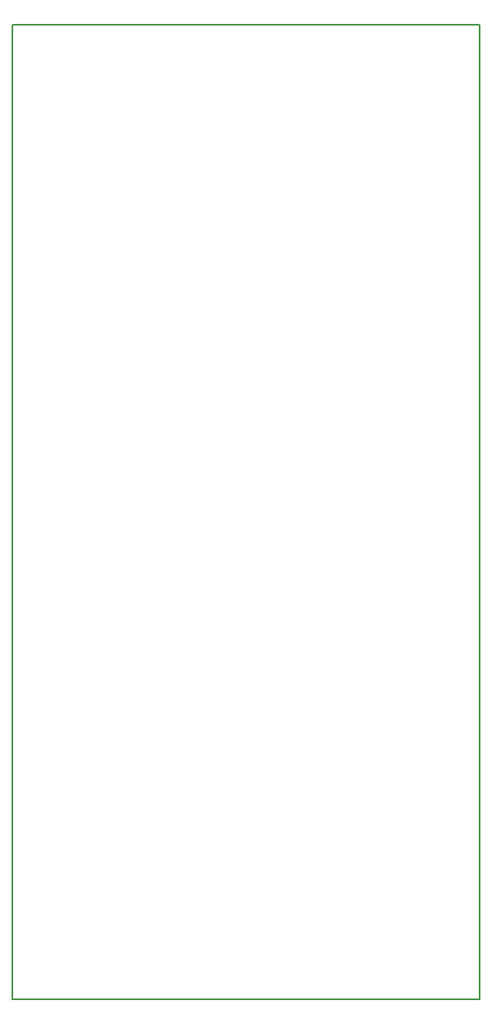
<source format=gm1>
G04 #@! TF.GenerationSoftware,KiCad,Pcbnew,(5.1.12)-1*
G04 #@! TF.CreationDate,2022-09-28T12:59:49-05:00*
G04 #@! TF.ProjectId,Controller_Borad,436f6e74-726f-46c6-9c65-725f426f7261,rev?*
G04 #@! TF.SameCoordinates,Original*
G04 #@! TF.FileFunction,Profile,NP*
%FSLAX46Y46*%
G04 Gerber Fmt 4.6, Leading zero omitted, Abs format (unit mm)*
G04 Created by KiCad (PCBNEW (5.1.12)-1) date 2022-09-28 12:59:49*
%MOMM*%
%LPD*%
G01*
G04 APERTURE LIST*
G04 #@! TA.AperFunction,Profile*
%ADD10C,0.150000*%
G04 #@! TD*
G04 APERTURE END LIST*
D10*
X264000000Y-136400000D02*
X216000000Y-136400000D01*
X264000000Y-36400000D02*
X264000000Y-136400000D01*
X216000000Y-36400000D02*
X264000000Y-36400000D01*
X216000000Y-136400000D02*
X216000000Y-36400000D01*
M02*

</source>
